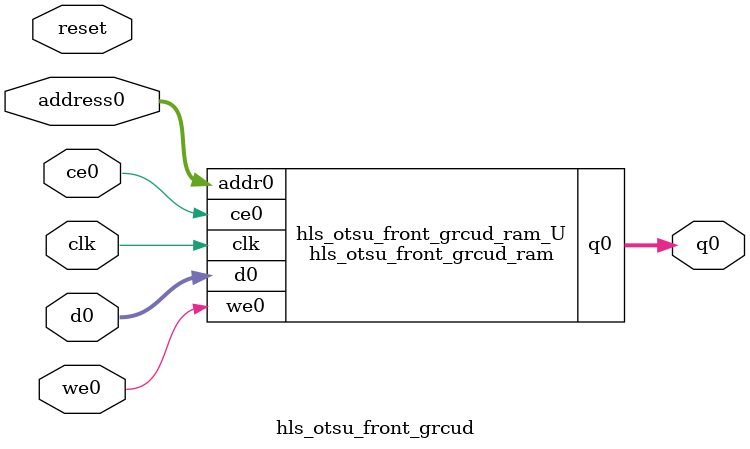
<source format=v>

`timescale 1 ns / 1 ps
module hls_otsu_front_grcud_ram (addr0, ce0, d0, we0, q0,  clk);

parameter DWIDTH = 28;
parameter AWIDTH = 8;
parameter MEM_SIZE = 256;

input[AWIDTH-1:0] addr0;
input ce0;
input[DWIDTH-1:0] d0;
input we0;
output reg[DWIDTH-1:0] q0;
input clk;

(* ram_style = "block" *)reg [DWIDTH-1:0] ram[0:MEM_SIZE-1];




always @(posedge clk)  
begin 
    if (ce0) 
    begin
        if (we0) 
        begin 
            ram[addr0] <= d0; 
            q0 <= d0;
        end 
        else 
            q0 <= ram[addr0];
    end
end


endmodule


`timescale 1 ns / 1 ps
module hls_otsu_front_grcud(
    reset,
    clk,
    address0,
    ce0,
    we0,
    d0,
    q0);

parameter DataWidth = 32'd28;
parameter AddressRange = 32'd256;
parameter AddressWidth = 32'd8;
input reset;
input clk;
input[AddressWidth - 1:0] address0;
input ce0;
input we0;
input[DataWidth - 1:0] d0;
output[DataWidth - 1:0] q0;



hls_otsu_front_grcud_ram hls_otsu_front_grcud_ram_U(
    .clk( clk ),
    .addr0( address0 ),
    .ce0( ce0 ),
    .d0( d0 ),
    .we0( we0 ),
    .q0( q0 ));

endmodule


</source>
